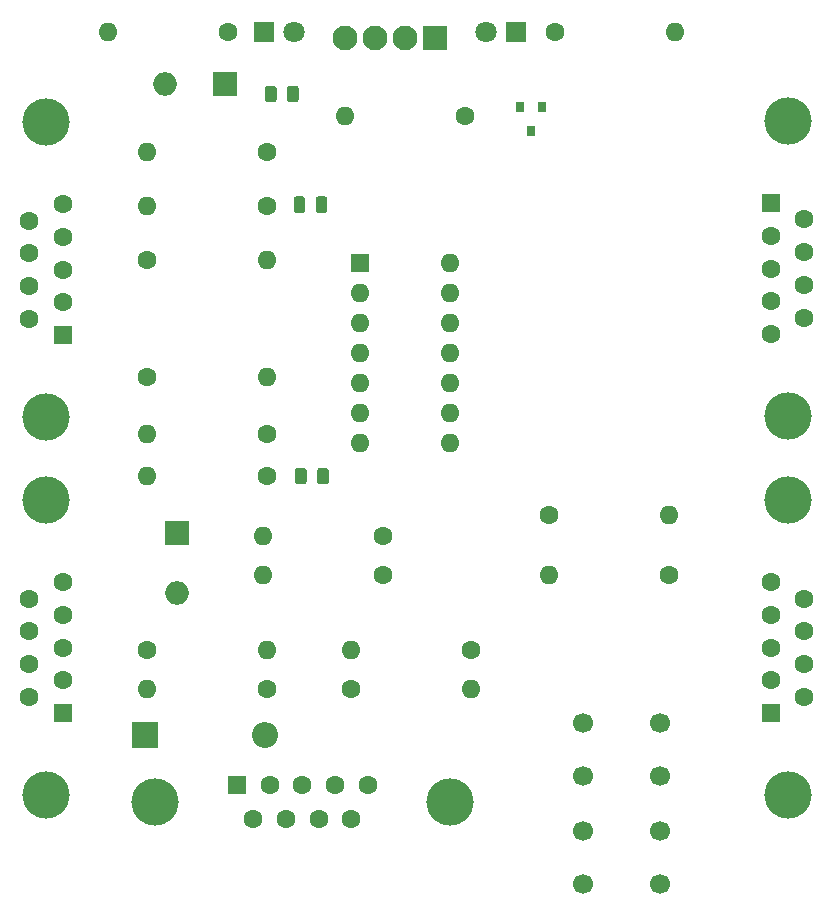
<source format=gbr>
G04 #@! TF.GenerationSoftware,KiCad,Pcbnew,(5.1.5)-3*
G04 #@! TF.CreationDate,2020-03-14T12:37:38-04:00*
G04 #@! TF.ProjectId,CB3,4342332e-6b69-4636-9164-5f7063625858,rev?*
G04 #@! TF.SameCoordinates,Original*
G04 #@! TF.FileFunction,Soldermask,Top*
G04 #@! TF.FilePolarity,Negative*
%FSLAX46Y46*%
G04 Gerber Fmt 4.6, Leading zero omitted, Abs format (unit mm)*
G04 Created by KiCad (PCBNEW (5.1.5)-3) date 2020-03-14 12:37:38*
%MOMM*%
%LPD*%
G04 APERTURE LIST*
%ADD10C,0.100000*%
%ADD11O,1.600000X1.600000*%
%ADD12C,1.600000*%
%ADD13C,1.800000*%
%ADD14R,1.800000X1.800000*%
%ADD15O,2.000000X2.000000*%
%ADD16R,2.000000X2.000000*%
%ADD17O,2.200000X2.200000*%
%ADD18R,2.200000X2.200000*%
%ADD19R,1.600000X1.600000*%
%ADD20C,4.000000*%
%ADD21R,0.800000X0.900000*%
%ADD22C,2.100000*%
%ADD23R,2.100000X2.100000*%
%ADD24C,1.700000*%
G04 APERTURE END LIST*
D10*
G36*
X106107142Y-46443574D02*
G01*
X106130803Y-46447084D01*
X106154007Y-46452896D01*
X106176529Y-46460954D01*
X106198153Y-46471182D01*
X106218670Y-46483479D01*
X106237883Y-46497729D01*
X106255607Y-46513793D01*
X106271671Y-46531517D01*
X106285921Y-46550730D01*
X106298218Y-46571247D01*
X106308446Y-46592871D01*
X106316504Y-46615393D01*
X106322316Y-46638597D01*
X106325826Y-46662258D01*
X106327000Y-46686150D01*
X106327000Y-47598650D01*
X106325826Y-47622542D01*
X106322316Y-47646203D01*
X106316504Y-47669407D01*
X106308446Y-47691929D01*
X106298218Y-47713553D01*
X106285921Y-47734070D01*
X106271671Y-47753283D01*
X106255607Y-47771007D01*
X106237883Y-47787071D01*
X106218670Y-47801321D01*
X106198153Y-47813618D01*
X106176529Y-47823846D01*
X106154007Y-47831904D01*
X106130803Y-47837716D01*
X106107142Y-47841226D01*
X106083250Y-47842400D01*
X105595750Y-47842400D01*
X105571858Y-47841226D01*
X105548197Y-47837716D01*
X105524993Y-47831904D01*
X105502471Y-47823846D01*
X105480847Y-47813618D01*
X105460330Y-47801321D01*
X105441117Y-47787071D01*
X105423393Y-47771007D01*
X105407329Y-47753283D01*
X105393079Y-47734070D01*
X105380782Y-47713553D01*
X105370554Y-47691929D01*
X105362496Y-47669407D01*
X105356684Y-47646203D01*
X105353174Y-47622542D01*
X105352000Y-47598650D01*
X105352000Y-46686150D01*
X105353174Y-46662258D01*
X105356684Y-46638597D01*
X105362496Y-46615393D01*
X105370554Y-46592871D01*
X105380782Y-46571247D01*
X105393079Y-46550730D01*
X105407329Y-46531517D01*
X105423393Y-46513793D01*
X105441117Y-46497729D01*
X105460330Y-46483479D01*
X105480847Y-46471182D01*
X105502471Y-46460954D01*
X105524993Y-46452896D01*
X105548197Y-46447084D01*
X105571858Y-46443574D01*
X105595750Y-46442400D01*
X106083250Y-46442400D01*
X106107142Y-46443574D01*
G37*
G36*
X104232142Y-46443574D02*
G01*
X104255803Y-46447084D01*
X104279007Y-46452896D01*
X104301529Y-46460954D01*
X104323153Y-46471182D01*
X104343670Y-46483479D01*
X104362883Y-46497729D01*
X104380607Y-46513793D01*
X104396671Y-46531517D01*
X104410921Y-46550730D01*
X104423218Y-46571247D01*
X104433446Y-46592871D01*
X104441504Y-46615393D01*
X104447316Y-46638597D01*
X104450826Y-46662258D01*
X104452000Y-46686150D01*
X104452000Y-47598650D01*
X104450826Y-47622542D01*
X104447316Y-47646203D01*
X104441504Y-47669407D01*
X104433446Y-47691929D01*
X104423218Y-47713553D01*
X104410921Y-47734070D01*
X104396671Y-47753283D01*
X104380607Y-47771007D01*
X104362883Y-47787071D01*
X104343670Y-47801321D01*
X104323153Y-47813618D01*
X104301529Y-47823846D01*
X104279007Y-47831904D01*
X104255803Y-47837716D01*
X104232142Y-47841226D01*
X104208250Y-47842400D01*
X103720750Y-47842400D01*
X103696858Y-47841226D01*
X103673197Y-47837716D01*
X103649993Y-47831904D01*
X103627471Y-47823846D01*
X103605847Y-47813618D01*
X103585330Y-47801321D01*
X103566117Y-47787071D01*
X103548393Y-47771007D01*
X103532329Y-47753283D01*
X103518079Y-47734070D01*
X103505782Y-47713553D01*
X103495554Y-47691929D01*
X103487496Y-47669407D01*
X103481684Y-47646203D01*
X103478174Y-47622542D01*
X103477000Y-47598650D01*
X103477000Y-46686150D01*
X103478174Y-46662258D01*
X103481684Y-46638597D01*
X103487496Y-46615393D01*
X103495554Y-46592871D01*
X103505782Y-46571247D01*
X103518079Y-46550730D01*
X103532329Y-46531517D01*
X103548393Y-46513793D01*
X103566117Y-46497729D01*
X103585330Y-46483479D01*
X103605847Y-46471182D01*
X103627471Y-46460954D01*
X103649993Y-46452896D01*
X103673197Y-46447084D01*
X103696858Y-46443574D01*
X103720750Y-46442400D01*
X104208250Y-46442400D01*
X104232142Y-46443574D01*
G37*
D11*
X138176000Y-41910000D03*
D12*
X128016000Y-41910000D03*
D11*
X90170000Y-41910000D03*
D12*
X100330000Y-41910000D03*
D13*
X122174000Y-41910000D03*
D14*
X124714000Y-41910000D03*
D13*
X105918000Y-41910000D03*
D14*
X103378000Y-41910000D03*
D15*
X94996000Y-46278800D03*
D16*
X100076000Y-46278800D03*
D17*
X103460000Y-101400000D03*
D18*
X93300000Y-101400000D03*
D15*
X96000000Y-89380000D03*
D16*
X96000000Y-84300000D03*
D19*
X86360000Y-67564000D03*
D12*
X86360000Y-64794000D03*
X86360000Y-62024000D03*
X86360000Y-59254000D03*
X86360000Y-56484000D03*
X83520000Y-66179000D03*
X83520000Y-63409000D03*
X83520000Y-60639000D03*
X83520000Y-57869000D03*
D20*
X84940000Y-49524000D03*
X84940000Y-74524000D03*
D21*
X125984000Y-50276000D03*
X125034000Y-48276000D03*
X126934000Y-48276000D03*
D19*
X146304000Y-56388000D03*
D12*
X146304000Y-59158000D03*
X146304000Y-61928000D03*
X146304000Y-64698000D03*
X146304000Y-67468000D03*
X149144000Y-57773000D03*
X149144000Y-60543000D03*
X149144000Y-63313000D03*
X149144000Y-66083000D03*
D20*
X147724000Y-74428000D03*
X147724000Y-49428000D03*
D19*
X111506000Y-61468000D03*
D11*
X119126000Y-76708000D03*
X111506000Y-64008000D03*
X119126000Y-74168000D03*
X111506000Y-66548000D03*
X119126000Y-71628000D03*
X111506000Y-69088000D03*
X119126000Y-69088000D03*
X111506000Y-71628000D03*
X119126000Y-66548000D03*
X111506000Y-74168000D03*
X119126000Y-64008000D03*
X111506000Y-76708000D03*
X119126000Y-61468000D03*
D22*
X110236000Y-42418000D03*
X112776000Y-42418000D03*
X115316000Y-42418000D03*
D23*
X117856000Y-42418000D03*
D10*
G36*
X108520142Y-55816174D02*
G01*
X108543803Y-55819684D01*
X108567007Y-55825496D01*
X108589529Y-55833554D01*
X108611153Y-55843782D01*
X108631670Y-55856079D01*
X108650883Y-55870329D01*
X108668607Y-55886393D01*
X108684671Y-55904117D01*
X108698921Y-55923330D01*
X108711218Y-55943847D01*
X108721446Y-55965471D01*
X108729504Y-55987993D01*
X108735316Y-56011197D01*
X108738826Y-56034858D01*
X108740000Y-56058750D01*
X108740000Y-56971250D01*
X108738826Y-56995142D01*
X108735316Y-57018803D01*
X108729504Y-57042007D01*
X108721446Y-57064529D01*
X108711218Y-57086153D01*
X108698921Y-57106670D01*
X108684671Y-57125883D01*
X108668607Y-57143607D01*
X108650883Y-57159671D01*
X108631670Y-57173921D01*
X108611153Y-57186218D01*
X108589529Y-57196446D01*
X108567007Y-57204504D01*
X108543803Y-57210316D01*
X108520142Y-57213826D01*
X108496250Y-57215000D01*
X108008750Y-57215000D01*
X107984858Y-57213826D01*
X107961197Y-57210316D01*
X107937993Y-57204504D01*
X107915471Y-57196446D01*
X107893847Y-57186218D01*
X107873330Y-57173921D01*
X107854117Y-57159671D01*
X107836393Y-57143607D01*
X107820329Y-57125883D01*
X107806079Y-57106670D01*
X107793782Y-57086153D01*
X107783554Y-57064529D01*
X107775496Y-57042007D01*
X107769684Y-57018803D01*
X107766174Y-56995142D01*
X107765000Y-56971250D01*
X107765000Y-56058750D01*
X107766174Y-56034858D01*
X107769684Y-56011197D01*
X107775496Y-55987993D01*
X107783554Y-55965471D01*
X107793782Y-55943847D01*
X107806079Y-55923330D01*
X107820329Y-55904117D01*
X107836393Y-55886393D01*
X107854117Y-55870329D01*
X107873330Y-55856079D01*
X107893847Y-55843782D01*
X107915471Y-55833554D01*
X107937993Y-55825496D01*
X107961197Y-55819684D01*
X107984858Y-55816174D01*
X108008750Y-55815000D01*
X108496250Y-55815000D01*
X108520142Y-55816174D01*
G37*
G36*
X106645142Y-55816174D02*
G01*
X106668803Y-55819684D01*
X106692007Y-55825496D01*
X106714529Y-55833554D01*
X106736153Y-55843782D01*
X106756670Y-55856079D01*
X106775883Y-55870329D01*
X106793607Y-55886393D01*
X106809671Y-55904117D01*
X106823921Y-55923330D01*
X106836218Y-55943847D01*
X106846446Y-55965471D01*
X106854504Y-55987993D01*
X106860316Y-56011197D01*
X106863826Y-56034858D01*
X106865000Y-56058750D01*
X106865000Y-56971250D01*
X106863826Y-56995142D01*
X106860316Y-57018803D01*
X106854504Y-57042007D01*
X106846446Y-57064529D01*
X106836218Y-57086153D01*
X106823921Y-57106670D01*
X106809671Y-57125883D01*
X106793607Y-57143607D01*
X106775883Y-57159671D01*
X106756670Y-57173921D01*
X106736153Y-57186218D01*
X106714529Y-57196446D01*
X106692007Y-57204504D01*
X106668803Y-57210316D01*
X106645142Y-57213826D01*
X106621250Y-57215000D01*
X106133750Y-57215000D01*
X106109858Y-57213826D01*
X106086197Y-57210316D01*
X106062993Y-57204504D01*
X106040471Y-57196446D01*
X106018847Y-57186218D01*
X105998330Y-57173921D01*
X105979117Y-57159671D01*
X105961393Y-57143607D01*
X105945329Y-57125883D01*
X105931079Y-57106670D01*
X105918782Y-57086153D01*
X105908554Y-57064529D01*
X105900496Y-57042007D01*
X105894684Y-57018803D01*
X105891174Y-56995142D01*
X105890000Y-56971250D01*
X105890000Y-56058750D01*
X105891174Y-56034858D01*
X105894684Y-56011197D01*
X105900496Y-55987993D01*
X105908554Y-55965471D01*
X105918782Y-55943847D01*
X105931079Y-55923330D01*
X105945329Y-55904117D01*
X105961393Y-55886393D01*
X105979117Y-55870329D01*
X105998330Y-55856079D01*
X106018847Y-55843782D01*
X106040471Y-55833554D01*
X106062993Y-55825496D01*
X106086197Y-55819684D01*
X106109858Y-55816174D01*
X106133750Y-55815000D01*
X106621250Y-55815000D01*
X106645142Y-55816174D01*
G37*
G36*
X108647142Y-78803174D02*
G01*
X108670803Y-78806684D01*
X108694007Y-78812496D01*
X108716529Y-78820554D01*
X108738153Y-78830782D01*
X108758670Y-78843079D01*
X108777883Y-78857329D01*
X108795607Y-78873393D01*
X108811671Y-78891117D01*
X108825921Y-78910330D01*
X108838218Y-78930847D01*
X108848446Y-78952471D01*
X108856504Y-78974993D01*
X108862316Y-78998197D01*
X108865826Y-79021858D01*
X108867000Y-79045750D01*
X108867000Y-79958250D01*
X108865826Y-79982142D01*
X108862316Y-80005803D01*
X108856504Y-80029007D01*
X108848446Y-80051529D01*
X108838218Y-80073153D01*
X108825921Y-80093670D01*
X108811671Y-80112883D01*
X108795607Y-80130607D01*
X108777883Y-80146671D01*
X108758670Y-80160921D01*
X108738153Y-80173218D01*
X108716529Y-80183446D01*
X108694007Y-80191504D01*
X108670803Y-80197316D01*
X108647142Y-80200826D01*
X108623250Y-80202000D01*
X108135750Y-80202000D01*
X108111858Y-80200826D01*
X108088197Y-80197316D01*
X108064993Y-80191504D01*
X108042471Y-80183446D01*
X108020847Y-80173218D01*
X108000330Y-80160921D01*
X107981117Y-80146671D01*
X107963393Y-80130607D01*
X107947329Y-80112883D01*
X107933079Y-80093670D01*
X107920782Y-80073153D01*
X107910554Y-80051529D01*
X107902496Y-80029007D01*
X107896684Y-80005803D01*
X107893174Y-79982142D01*
X107892000Y-79958250D01*
X107892000Y-79045750D01*
X107893174Y-79021858D01*
X107896684Y-78998197D01*
X107902496Y-78974993D01*
X107910554Y-78952471D01*
X107920782Y-78930847D01*
X107933079Y-78910330D01*
X107947329Y-78891117D01*
X107963393Y-78873393D01*
X107981117Y-78857329D01*
X108000330Y-78843079D01*
X108020847Y-78830782D01*
X108042471Y-78820554D01*
X108064993Y-78812496D01*
X108088197Y-78806684D01*
X108111858Y-78803174D01*
X108135750Y-78802000D01*
X108623250Y-78802000D01*
X108647142Y-78803174D01*
G37*
G36*
X106772142Y-78803174D02*
G01*
X106795803Y-78806684D01*
X106819007Y-78812496D01*
X106841529Y-78820554D01*
X106863153Y-78830782D01*
X106883670Y-78843079D01*
X106902883Y-78857329D01*
X106920607Y-78873393D01*
X106936671Y-78891117D01*
X106950921Y-78910330D01*
X106963218Y-78930847D01*
X106973446Y-78952471D01*
X106981504Y-78974993D01*
X106987316Y-78998197D01*
X106990826Y-79021858D01*
X106992000Y-79045750D01*
X106992000Y-79958250D01*
X106990826Y-79982142D01*
X106987316Y-80005803D01*
X106981504Y-80029007D01*
X106973446Y-80051529D01*
X106963218Y-80073153D01*
X106950921Y-80093670D01*
X106936671Y-80112883D01*
X106920607Y-80130607D01*
X106902883Y-80146671D01*
X106883670Y-80160921D01*
X106863153Y-80173218D01*
X106841529Y-80183446D01*
X106819007Y-80191504D01*
X106795803Y-80197316D01*
X106772142Y-80200826D01*
X106748250Y-80202000D01*
X106260750Y-80202000D01*
X106236858Y-80200826D01*
X106213197Y-80197316D01*
X106189993Y-80191504D01*
X106167471Y-80183446D01*
X106145847Y-80173218D01*
X106125330Y-80160921D01*
X106106117Y-80146671D01*
X106088393Y-80130607D01*
X106072329Y-80112883D01*
X106058079Y-80093670D01*
X106045782Y-80073153D01*
X106035554Y-80051529D01*
X106027496Y-80029007D01*
X106021684Y-80005803D01*
X106018174Y-79982142D01*
X106017000Y-79958250D01*
X106017000Y-79045750D01*
X106018174Y-79021858D01*
X106021684Y-78998197D01*
X106027496Y-78974993D01*
X106035554Y-78952471D01*
X106045782Y-78930847D01*
X106058079Y-78910330D01*
X106072329Y-78891117D01*
X106088393Y-78873393D01*
X106106117Y-78857329D01*
X106125330Y-78843079D01*
X106145847Y-78830782D01*
X106167471Y-78820554D01*
X106189993Y-78812496D01*
X106213197Y-78806684D01*
X106236858Y-78803174D01*
X106260750Y-78802000D01*
X106748250Y-78802000D01*
X106772142Y-78803174D01*
G37*
D24*
X130406000Y-100402000D03*
X136906000Y-100402000D03*
X130406000Y-104902000D03*
X136906000Y-104902000D03*
X130406000Y-109546000D03*
X136906000Y-109546000D03*
X130406000Y-114046000D03*
X136906000Y-114046000D03*
D11*
X137668000Y-82804000D03*
D12*
X127508000Y-82804000D03*
D11*
X127508000Y-87884000D03*
D12*
X137668000Y-87884000D03*
D11*
X110236000Y-49022000D03*
D12*
X120396000Y-49022000D03*
D11*
X120904000Y-97536000D03*
D12*
X110744000Y-97536000D03*
D11*
X93472000Y-52070000D03*
D12*
X103632000Y-52070000D03*
D11*
X103632000Y-61214000D03*
D12*
X93472000Y-61214000D03*
D11*
X93472000Y-56642000D03*
D12*
X103632000Y-56642000D03*
D11*
X93472000Y-97536000D03*
D12*
X103632000Y-97536000D03*
D11*
X110744000Y-94234000D03*
D12*
X120904000Y-94234000D03*
D11*
X103632000Y-71120000D03*
D12*
X93472000Y-71120000D03*
D11*
X93472000Y-75946000D03*
D12*
X103632000Y-75946000D03*
D11*
X93472000Y-79502000D03*
D12*
X103632000Y-79502000D03*
D11*
X103632000Y-94234000D03*
D12*
X93472000Y-94234000D03*
D11*
X103272000Y-87884000D03*
D12*
X113432000Y-87884000D03*
D11*
X103272000Y-84582000D03*
D12*
X113432000Y-84582000D03*
D19*
X146304000Y-99568000D03*
D12*
X146304000Y-96798000D03*
X146304000Y-94028000D03*
X146304000Y-91258000D03*
X146304000Y-88488000D03*
X149144000Y-98183000D03*
X149144000Y-95413000D03*
X149144000Y-92643000D03*
X149144000Y-89873000D03*
D20*
X147724000Y-106528000D03*
X147724000Y-81528000D03*
D19*
X101092000Y-105664000D03*
D12*
X103862000Y-105664000D03*
X106632000Y-105664000D03*
X109402000Y-105664000D03*
X112172000Y-105664000D03*
X102477000Y-108504000D03*
X105247000Y-108504000D03*
X108017000Y-108504000D03*
X110787000Y-108504000D03*
D20*
X94132000Y-107084000D03*
X119132000Y-107084000D03*
D19*
X86360000Y-99568000D03*
D12*
X86360000Y-96798000D03*
X86360000Y-94028000D03*
X86360000Y-91258000D03*
X86360000Y-88488000D03*
X83520000Y-98183000D03*
X83520000Y-95413000D03*
X83520000Y-92643000D03*
X83520000Y-89873000D03*
D20*
X84940000Y-81528000D03*
X84940000Y-106528000D03*
M02*

</source>
